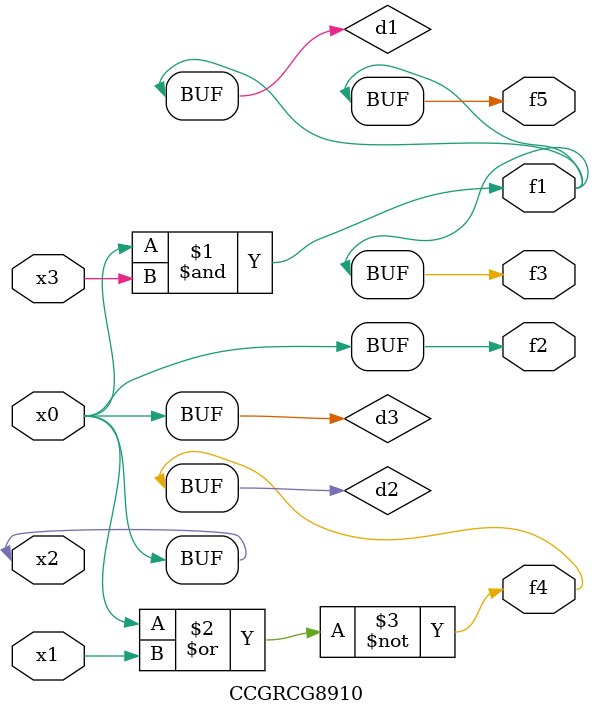
<source format=v>
module CCGRCG8910(
	input x0, x1, x2, x3,
	output f1, f2, f3, f4, f5
);

	wire d1, d2, d3;

	and (d1, x2, x3);
	nor (d2, x0, x1);
	buf (d3, x0, x2);
	assign f1 = d1;
	assign f2 = d3;
	assign f3 = d1;
	assign f4 = d2;
	assign f5 = d1;
endmodule

</source>
